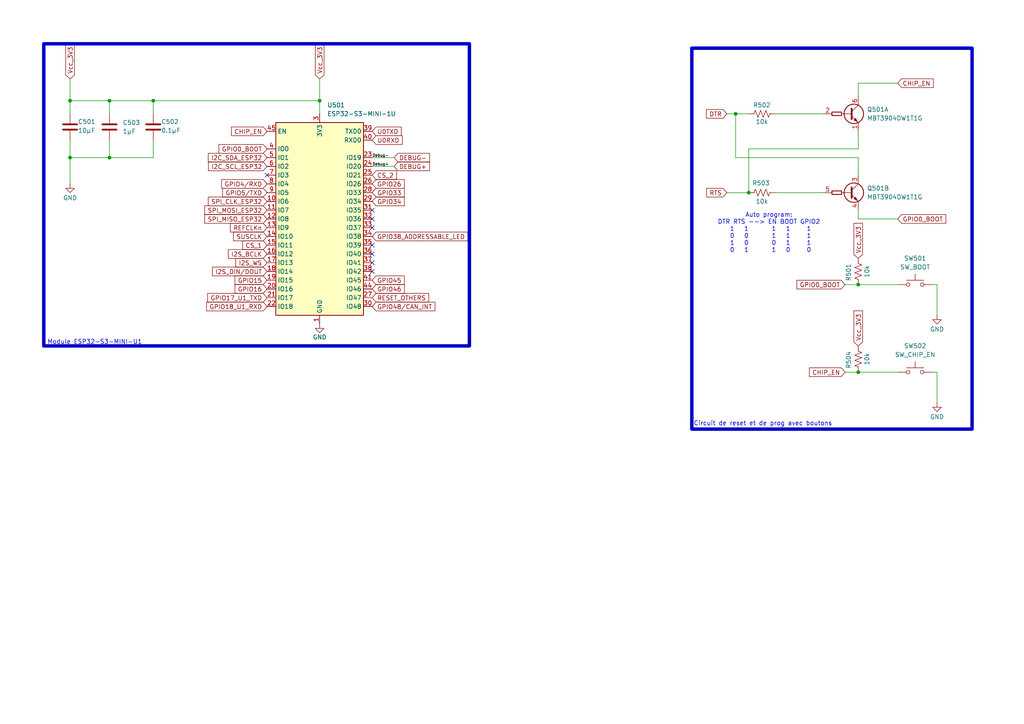
<source format=kicad_sch>
(kicad_sch (version 20231120) (generator "eeschema") (generator_version "8.0")
  (paper "A4")
  (lib_symbols
    (symbol "Device:C" (pin_numbers hide) (pin_names (offset 0.254))
      (property "Reference" "C" (at 0.635 2.54 0))
      (property "Value" "C" (at 0.635 -2.54 0))
      (symbol "C_0_1"
        (polyline (pts (xy -2.032 -0.762) (xy 2.032 -0.762)) (stroke (width 0.508)))
        (polyline (pts (xy -2.032 0.762) (xy 2.032 0.762)) (stroke (width 0.508)))
      )
      (symbol "C_1_1"
        (pin passive line (at 0 3.81 270) (length 2.794) (name "~") (number "1"))
        (pin passive line (at 0 -3.81 90) (length 2.794) (name "~") (number "2"))
      )
    )
    (symbol "Device:R_US" (pin_numbers hide) (pin_names (offset 0))
      (property "Reference" "R" (at 2.54 0 90))
      (property "Value" "R_US" (at -2.54 0 90))
      (symbol "R_US_0_1"
        (polyline (pts (xy 0 -2.286) (xy 0 -2.54)))
        (polyline (pts (xy 0 2.286) (xy 0 2.54)))
        (polyline (pts (xy 0 -0.762) (xy 1.016 -1.143) (xy 0 -1.524) (xy -1.016 -1.905) (xy 0 -2.286)))
        (polyline (pts (xy 0 0.762) (xy 1.016 0.381) (xy 0 0) (xy -1.016 -0.381) (xy 0 -0.762)))
        (polyline (pts (xy 0 2.286) (xy 1.016 1.905) (xy 0 1.524) (xy -1.016 1.143) (xy 0 0.762)))
      )
      (symbol "R_US_1_1"
        (pin passive line (at 0 3.81 270) (length 1.27) (name "~") (number "1"))
        (pin passive line (at 0 -3.81 90) (length 1.27) (name "~") (number "2"))
      )
    )
    (symbol "MCU_Espressif:ESP32-S3-MINI-1U"
      (property "Reference" "U" (at -11.43 29.21 0))
      (property "Value" "ESP32-S3-MINI-1U" (at 12.7 29.21 0))
      (symbol "ESP32-S3-MINI-1U_0_1"
        (rectangle (start -12.7 27.94) (end 12.7 -27.94) (stroke (width 0.254)) (fill (type background)))
      )
      (symbol "ESP32-S3-MINI-1U_1_1"
        (pin power_in line (at 0 -30.48 90) (length 2.54) (name "GND") (number "1"))
        (pin bidirectional line (at -15.24 5.08 0) (length 2.54) (name "IO6") (number "10"))
        (pin bidirectional line (at -15.24 2.54 0) (length 2.54) (name "IO7") (number "11"))
        (pin bidirectional line (at -15.24 0 0) (length 2.54) (name "IO8") (number "12"))
        (pin bidirectional line (at -15.24 -2.54 0) (length 2.54) (name "IO9") (number "13"))
        (pin bidirectional line (at -15.24 -5.08 0) (length 2.54) (name "IO10") (number "14"))
        (pin bidirectional line (at -15.24 -7.62 0) (length 2.54) (name "IO11") (number "15"))
        (pin bidirectional line (at -15.24 -10.16 0) (length 2.54) (name "IO12") (number "16"))
        (pin bidirectional line (at -15.24 -12.7 0) (length 2.54) (name "IO13") (number "17"))
        (pin bidirectional line (at -15.24 -15.24 0) (length 2.54) (name "IO14") (number "18"))
        (pin bidirectional line (at -15.24 -17.78 0) (length 2.54) (name "IO15") (number "19"))
        (pin passive line (at 0 -30.48 90) (length 2.54) hide (name "GND") (number "2"))
        (pin bidirectional line (at -15.24 -20.32 0) (length 2.54) (name "IO16") (number "20"))
        (pin bidirectional line (at -15.24 -22.86 0) (length 2.54) (name "IO17") (number "21"))
        (pin bidirectional line (at -15.24 -25.4 0) (length 2.54) (name "IO18") (number "22"))
        (pin bidirectional line (at 15.24 17.78 180) (length 2.54) (name "IO19") (number "23"))
        (pin bidirectional line (at 15.24 15.24 180) (length 2.54) (name "IO20") (number "24"))
        (pin bidirectional line (at 15.24 12.7 180) (length 2.54) (name "IO21") (number "25"))
        (pin bidirectional line (at 15.24 10.16 180) (length 2.54) (name "IO26") (number "26"))
        (pin bidirectional line (at 15.24 -22.86 180) (length 2.54) (name "IO47") (number "27"))
        (pin bidirectional line (at 15.24 7.62 180) (length 2.54) (name "IO33") (number "28"))
        (pin bidirectional line (at 15.24 5.08 180) (length 2.54) (name "IO34") (number "29"))
        (pin power_in line (at 0 30.48 270) (length 2.54) (name "3V3") (number "3"))
        (pin bidirectional line (at 15.24 -25.4 180) (length 2.54) (name "IO48") (number "30"))
        (pin bidirectional line (at 15.24 2.54 180) (length 2.54) (name "IO35") (number "31"))
        (pin bidirectional line (at 15.24 0 180) (length 2.54) (name "IO36") (number "32"))
        (pin bidirectional line (at 15.24 -2.54 180) (length 2.54) (name "IO37") (number "33"))
        (pin bidirectional line (at 15.24 -5.08 180) (length 2.54) (name "IO38") (number "34"))
        (pin bidirectional line (at 15.24 -7.62 180) (length 2.54) (name "IO39") (number "35"))
        (pin bidirectional line (at 15.24 -10.16 180) (length 2.54) (name "IO40") (number "36"))
        (pin bidirectional line (at 15.24 -12.7 180) (length 2.54) (name "IO41") (number "37"))
        (pin bidirectional line (at 15.24 -15.24 180) (length 2.54) (name "IO42") (number "38"))
        (pin bidirectional line (at 15.24 25.4 180) (length 2.54) (name "TXD0") (number "39"))
        (pin bidirectional line (at -15.24 20.32 0) (length 2.54) (name "IO0") (number "4"))
        (pin bidirectional line (at 15.24 22.86 180) (length 2.54) (name "RXD0") (number "40"))
        (pin bidirectional line (at 15.24 -17.78 180) (length 2.54) (name "IO45") (number "41"))
        (pin passive line (at 0 -30.48 90) (length 2.54) hide (name "GND") (number "42"))
        (pin passive line (at 0 -30.48 90) (length 2.54) hide (name "GND") (number "43"))
        (pin bidirectional line (at 15.24 -20.32 180) (length 2.54) (name "IO46") (number "44"))
        (pin input line (at -15.24 25.4 0) (length 2.54) (name "EN") (number "45"))
        (pin passive line (at 0 -30.48 90) (length 2.54) hide (name "GND") (number "46"))
        (pin passive line (at 0 -30.48 90) (length 2.54) hide (name "GND") (number "47"))
        (pin passive line (at 0 -30.48 90) (length 2.54) hide (name "GND") (number "48"))
        (pin passive line (at 0 -30.48 90) (length 2.54) hide (name "GND") (number "49"))
        (pin bidirectional line (at -15.24 17.78 0) (length 2.54) (name "IO1") (number "5"))
        (pin passive line (at 0 -30.48 90) (length 2.54) hide (name "GND") (number "50"))
        (pin passive line (at 0 -30.48 90) (length 2.54) hide (name "GND") (number "51"))
        (pin passive line (at 0 -30.48 90) (length 2.54) hide (name "GND") (number "52"))
        (pin passive line (at 0 -30.48 90) (length 2.54) hide (name "GND") (number "53"))
        (pin passive line (at 0 -30.48 90) (length 2.54) hide (name "GND") (number "54"))
        (pin passive line (at 0 -30.48 90) (length 2.54) hide (name "GND") (number "55"))
        (pin passive line (at 0 -30.48 90) (length 2.54) hide (name "GND") (number "56"))
        (pin passive line (at 0 -30.48 90) (length 2.54) hide (name "GND") (number "57"))
        (pin passive line (at 0 -30.48 90) (length 2.54) hide (name "GND") (number "58"))
        (pin passive line (at 0 -30.48 90) (length 2.54) hide (name "GND") (number "59"))
        (pin bidirectional line (at -15.24 15.24 0) (length 2.54) (name "IO2") (number "6"))
        (pin passive line (at 0 -30.48 90) (length 2.54) hide (name "GND") (number "60"))
        (pin passive line (at 0 -30.48 90) (length 2.54) hide (name "GND") (number "61"))
        (pin passive line (at 0 -30.48 90) (length 2.54) hide (name "GND") (number "62"))
        (pin passive line (at 0 -30.48 90) (length 2.54) hide (name "GND") (number "63"))
        (pin passive line (at 0 -30.48 90) (length 2.54) hide (name "GND") (number "64"))
        (pin passive line (at 0 -30.48 90) (length 2.54) hide (name "GND") (number "65"))
        (pin bidirectional line (at -15.24 12.7 0) (length 2.54) (name "IO3") (number "7"))
        (pin bidirectional line (at -15.24 10.16 0) (length 2.54) (name "IO4") (number "8"))
        (pin bidirectional line (at -15.24 7.62 0) (length 2.54) (name "IO5") (number "9"))
      )
    )
    (symbol "Switch:SW_Push" (pin_numbers hide) (pin_names (offset 1.016) hide)
      (property "Reference" "SW" (at 1.27 2.54 0))
      (property "Value" "SW_Push" (at 0 -1.524 0))
      (symbol "SW_Push_0_1"
        (circle (center -2.032 0) (radius 0.508))
        (polyline (pts (xy 0 1.27) (xy 0 3.048)))
        (polyline (pts (xy 2.54 1.27) (xy -2.54 1.27)))
        (circle (center 2.032 0) (radius 0.508))
        (pin passive line (at -5.08 0 0) (length 2.54) (name "1") (number "1"))
        (pin passive line (at 5.08 0 180) (length 2.54) (name "2") (number "2"))
      )
    )
    (symbol "Transistor_BJT:UMH3N" (pin_names hide)
      (property "Reference" "Q" (at 7.62 1.27 0))
      (property "Value" "UMH3N" (at 7.62 -1.27 0))
      (symbol "UMH3N_0_1"
        (polyline (pts (xy 3.175 0) (xy 0.254 0)))
        (polyline (pts (xy 3.175 0.635) (xy 5.08 2.54)))
        (polyline (pts (xy 3.175 1.524) (xy 3.175 -1.524)) (stroke (width 0.508)))
        (polyline (pts (xy 3.175 -0.635) (xy 5.08 -2.54) (xy 5.08 -2.54)))
        (polyline (pts (xy 3.81 -1.778) (xy 4.318 -1.27) (xy 4.826 -2.286) (xy 3.81 -1.778) (xy 3.81 -1.778)) (fill (type outline)))
        (rectangle (start 0.254 0.508) (end -2.54 -0.508) (stroke (width 0.254)))
        (circle (center 3.81 0) (radius 2.8194) (stroke (width 0.254)))
      )
      (symbol "UMH3N_1_1"
        (pin passive line (at 5.08 -5.08 90) (length 2.54) (name "E1") (number "1"))
        (pin input line (at -5.08 0 0) (length 2.54) (name "B1") (number "2"))
        (pin passive line (at 5.08 5.08 270) (length 2.54) (name "C1") (number "6"))
      )
      (symbol "UMH3N_2_1"
        (pin passive line (at 5.08 5.08 270) (length 2.54) (name "C2") (number "3"))
        (pin passive line (at 5.08 -5.08 90) (length 2.54) (name "E2") (number "4"))
        (pin input line (at -5.08 0 0) (length 2.54) (name "B2") (number "5"))
      )
    )
    (symbol "power:GND" (power) (pin_numbers hide) (pin_names (offset 0) hide)
      (property "Value" "GND" (at 0 -3.81 0))
      (symbol "GND_0_1"
        (polyline (pts (xy 0 0) (xy 0 -1.27) (xy 1.27 -1.27) (xy 0 -2.54) (xy -1.27 -1.27) (xy 0 -1.27)))
      )
      (symbol "GND_1_1"
        (pin power_in line (at 0 0 270) (length 0) (name "~") (number "1"))
      )
    )
  )
  (junction (at 31.75 29.21))
  (junction (at 217.17 55.88))
  (junction (at 44.45 29.21))
  (junction (at 20.32 29.21))
  (junction (at 248.92 107.95))
  (junction (at 213.36 33.02))
  (junction (at 92.71 29.21))
  (junction (at 248.92 82.55))
  (junction (at 20.32 45.72))
  (junction (at 31.75 45.72))
  (no_connect (at 107.95 63.5))
  (no_connect (at 107.95 60.96))
  (no_connect (at 107.95 66.04))
  (no_connect (at 107.95 73.66))
  (no_connect (at 107.95 71.12))
  (no_connect (at 107.95 76.2))
  (no_connect (at 107.95 78.74))
  (no_connect (at 77.47 50.8))
  (wire (pts (xy 31.75 29.21) (xy 44.45 29.21)))
  (wire (pts (xy 260.35 24.13) (xy 248.92 24.13)))
  (wire (pts (xy 271.78 116.84) (xy 271.78 107.95)))
  (wire (pts (xy 260.35 63.5) (xy 248.92 63.5)))
  (wire (pts (xy 114.3 45.72) (xy 107.95 45.72)))
  (wire (pts (xy 20.32 45.72) (xy 20.32 53.34)))
  (wire (pts (xy 31.75 45.72) (xy 44.45 45.72)))
  (wire (pts (xy 44.45 40.64) (xy 44.45 45.72)))
  (wire (pts (xy 217.17 43.18) (xy 217.17 55.88)))
  (wire (pts (xy 31.75 40.64) (xy 31.75 45.72)))
  (wire (pts (xy 248.92 43.18) (xy 217.17 43.18)))
  (wire (pts (xy 20.32 45.72) (xy 31.75 45.72)))
  (wire (pts (xy 248.92 107.95) (xy 260.35 107.95)))
  (wire (pts (xy 20.32 29.21) (xy 31.75 29.21)))
  (wire (pts (xy 245.11 107.95) (xy 248.92 107.95)))
  (wire (pts (xy 31.75 29.21) (xy 31.75 33.02)))
  (wire (pts (xy 114.3 48.26) (xy 107.95 48.26)))
  (wire (pts (xy 20.32 40.64) (xy 20.32 45.72)))
  (wire (pts (xy 248.92 38.1) (xy 248.92 43.18)))
  (wire (pts (xy 245.11 82.55) (xy 248.92 82.55)))
  (wire (pts (xy 20.32 22.86) (xy 20.32 29.21)))
  (wire (pts (xy 224.79 55.88) (xy 238.76 55.88)))
  (wire (pts (xy 271.78 91.44) (xy 271.78 82.55)))
  (wire (pts (xy 248.92 50.8) (xy 248.92 45.72)))
  (wire (pts (xy 92.71 22.86) (xy 92.71 29.21)))
  (wire (pts (xy 248.92 82.55) (xy 260.35 82.55)))
  (wire (pts (xy 213.36 45.72) (xy 213.36 33.02)))
  (wire (pts (xy 20.32 29.21) (xy 20.32 33.02)))
  (wire (pts (xy 92.71 29.21) (xy 92.71 33.02)))
  (wire (pts (xy 248.92 24.13) (xy 248.92 27.94)))
  (wire (pts (xy 44.45 29.21) (xy 44.45 33.02)))
  (wire (pts (xy 248.92 63.5) (xy 248.92 60.96)))
  (wire (pts (xy 271.78 82.55) (xy 270.51 82.55)))
  (wire (pts (xy 224.79 33.02) (xy 238.76 33.02)))
  (wire (pts (xy 44.45 29.21) (xy 92.71 29.21)))
  (wire (pts (xy 248.92 45.72) (xy 213.36 45.72)))
  (wire (pts (xy 213.36 33.02) (xy 217.17 33.02)))
  (wire (pts (xy 210.82 55.88) (xy 217.17 55.88)))
  (wire (pts (xy 271.78 107.95) (xy 270.51 107.95)))
  (wire (pts (xy 210.82 33.02) (xy 213.36 33.02)))
  (rectangle (start 200.66 13.97) (end 281.94 124.46) (stroke (width 1)))
  (rectangle (start 12.7 12.7) (end 136.144 100.33) (stroke (width 1)))
  (text "Module ESP32-S3-MINI-U1\n" (at 13.716 99.314 0) (effects (font (size 1.27 1.27)) (justify left)))
  (text "Circuit de reset et de prog avec boutons" (at 201.168 122.936 0) (effects (font (size 1.27 1.27)) (justify left)))
  (text "Auto program:\nDTR RTS --> EN BOOT GPIO2\n 1   1       1   1     1\n 0   0       1   1     1\n 1   0       0   1     1\n 0   1       1   0     0" (at 223.012 67.564 0) (effects (font (size 1.27 1.27))))
  (label "Debug+" (at 107.95 48.26 0) (effects (font (size 0.8 0.8))))
  (label "Debug-" (at 107.95 45.72 0) (effects (font (size 0.8 0.8))))
  (global_label "GPIO33" (shape input) (at 107.95 55.88 0) (property "Intersheetrefs" "${INTERSHEET_REFS}" (effects (hide yes))))
  (global_label "GPIO17_U1_TXD" (shape input) (at 77.47 86.36 180) (property "Intersheetrefs" "${INTERSHEET_REFS}" (effects (hide yes))))
  (global_label "GPIO15" (shape input) (at 77.47 81.28 180) (property "Intersheetrefs" "${INTERSHEET_REFS}" (effects (hide yes))))
  (global_label "GPIO48{slash}CAN_INT" (shape input) (at 107.95 88.9 0) (property "Intersheetrefs" "${INTERSHEET_REFS}" (effects (hide yes))))
  (global_label "GPIO18_U1_RXD" (shape input) (at 77.47 88.9 180) (property "Intersheetrefs" "${INTERSHEET_REFS}" (effects (hide yes))))
  (global_label "GPIO16" (shape input) (at 77.47 83.82 180) (property "Intersheetrefs" "${INTERSHEET_REFS}" (effects (hide yes))))
  (global_label "GPIO0_BOOT" (shape input) (at 245.11 82.55 180) (property "Intersheetrefs" "${INTERSHEET_REFS}" (effects (hide yes))))
  (global_label "GPIO4{slash}RXD" (shape input) (at 77.47 53.34 180) (property "Intersheetrefs" "${INTERSHEET_REFS}" (effects (hide yes))))
  (global_label "GPIO38_ADDRESSABLE_LED" (shape input) (at 107.95 68.58 0) (property "Intersheetrefs" "${INTERSHEET_REFS}" (effects (hide yes))))
  (global_label "I2S_DIN{slash}DOUT" (shape input) (at 77.47 78.74 180) (property "Intersheetrefs" "${INTERSHEET_REFS}" (effects (hide yes))))
  (global_label "GPIO46" (shape input) (at 107.95 83.82 0) (property "Intersheetrefs" "${INTERSHEET_REFS}" (effects (hide yes))))
  (global_label "GPIO45" (shape input) (at 107.95 81.28 0) (property "Intersheetrefs" "${INTERSHEET_REFS}" (effects (hide yes))))
  (global_label "GPIO5{slash}TXD" (shape input) (at 77.47 55.88 180) (property "Intersheetrefs" "${INTERSHEET_REFS}" (effects (hide yes))))
  (global_label "CS_1" (shape input) (at 77.47 71.12 180) (property "Intersheetrefs" "${INTERSHEET_REFS}" (effects (hide yes))))
  (global_label "CHIP_EN" (shape input) (at 260.35 24.13 0) (property "Intersheetrefs" "${INTERSHEET_REFS}" (effects (hide yes))))
  (global_label "DEBUG+" (shape input) (at 114.3 48.26 0) (property "Intersheetrefs" "${INTERSHEET_REFS}" (effects (hide yes))))
  (global_label "Vcc_3V3" (shape input) (at 248.92 100.33 90) (property "Intersheetrefs" "${INTERSHEET_REFS}" (effects (hide yes))))
  (global_label "GPIO0_BOOT" (shape input) (at 260.35 63.5 0) (property "Intersheetrefs" "${INTERSHEET_REFS}" (effects (hide yes))))
  (global_label "REFCLKn" (shape input) (at 77.47 66.04 180) (property "Intersheetrefs" "${INTERSHEET_REFS}" (effects (hide yes))))
  (global_label "SPI_CLK_ESP32" (shape input) (at 77.47 58.42 180) (property "Intersheetrefs" "${INTERSHEET_REFS}" (effects (hide yes))))
  (global_label "RTS" (shape input) (at 210.82 55.88 180) (property "Intersheetrefs" "${INTERSHEET_REFS}" (effects (hide yes))))
  (global_label "DEBUG-" (shape input) (at 114.3 45.72 0) (property "Intersheetrefs" "${INTERSHEET_REFS}" (effects (hide yes))))
  (global_label "Vcc_3V3" (shape input) (at 248.92 74.93 90) (property "Intersheetrefs" "${INTERSHEET_REFS}" (effects (hide yes))))
  (global_label "RESET_OTHERS" (shape input) (at 107.95 86.36 0) (property "Intersheetrefs" "${INTERSHEET_REFS}" (effects (hide yes))))
  (global_label "CS_2" (shape input) (at 107.95 50.8 0) (property "Intersheetrefs" "${INTERSHEET_REFS}" (effects (hide yes))))
  (global_label "GPIO34" (shape input) (at 107.95 58.42 0) (property "Intersheetrefs" "${INTERSHEET_REFS}" (effects (hide yes))))
  (global_label "CHIP_EN" (shape input) (at 77.47 38.1 180) (property "Intersheetrefs" "${INTERSHEET_REFS}" (effects (hide yes))))
  (global_label "GPIO0_BOOT" (shape input) (at 77.47 43.18 180) (property "Intersheetrefs" "${INTERSHEET_REFS}" (effects (hide yes))))
  (global_label "Vcc_3V3" (shape input) (at 20.32 22.86 90) (property "Intersheetrefs" "${INTERSHEET_REFS}" (effects (hide yes))))
  (global_label "U0TXD" (shape input) (at 107.95 38.1 0) (property "Intersheetrefs" "${INTERSHEET_REFS}" (effects (hide yes))))
  (global_label "SUSCLK" (shape input) (at 77.47 68.58 180) (property "Intersheetrefs" "${INTERSHEET_REFS}" (effects (hide yes))))
  (global_label "I2C_SDA_ESP32" (shape input) (at 77.47 45.72 180) (property "Intersheetrefs" "${INTERSHEET_REFS}" (effects (hide yes))))
  (global_label "I2C_SCL_ESP32" (shape input) (at 77.47 48.26 180) (property "Intersheetrefs" "${INTERSHEET_REFS}" (effects (hide yes))))
  (global_label "DTR" (shape input) (at 210.82 33.02 180) (property "Intersheetrefs" "${INTERSHEET_REFS}" (effects (hide yes))))
  (global_label "CHIP_EN" (shape input) (at 245.11 107.95 180) (property "Intersheetrefs" "${INTERSHEET_REFS}" (effects (hide yes))))
  (global_label "GPIO26" (shape input) (at 107.95 53.34 0) (property "Intersheetrefs" "${INTERSHEET_REFS}" (effects (hide yes))))
  (global_label "U0RXD" (shape input) (at 107.95 40.64 0) (property "Intersheetrefs" "${INTERSHEET_REFS}" (effects (hide yes))))
  (global_label "I2S_WS" (shape input) (at 77.47 76.2 180) (property "Intersheetrefs" "${INTERSHEET_REFS}" (effects (hide yes))))
  (global_label "I2S_BCLK" (shape input) (at 77.47 73.66 180) (property "Intersheetrefs" "${INTERSHEET_REFS}" (effects (hide yes))))
  (global_label "SPI_MOSI_ESP32" (shape input) (at 77.47 60.96 180) (property "Intersheetrefs" "${INTERSHEET_REFS}" (effects (hide yes))))
  (global_label "SPI_MISO_ESP32" (shape input) (at 77.47 63.5 180) (property "Intersheetrefs" "${INTERSHEET_REFS}" (effects (hide yes))))
  (global_label "Vcc_3V3" (shape input) (at 92.71 22.86 90) (property "Intersheetrefs" "${INTERSHEET_REFS}" (effects (hide yes))))
  (symbol (lib_id "Device:R_US") (at 248.92 104.14 180) (unit 1)
    (property "Reference" "R504" (at 246.126 104.394 90))
    (property "Value" "10k" (at 251.46 104.14 90))
    (property "Footprint" "Resistor_SMD:R_0805_2012Metric" (effects (hide yes)))
    (property "Description" "Resistor, US symbol" (effects (hide yes)))
  )
  (symbol (lib_id "Device:R_US") (at 220.98 33.02 90) (unit 1)
    (property "Reference" "R502" (at 220.98 30.48 90))
    (property "Value" "10k" (at 220.98 35.306 90))
    (property "Footprint" "Resistor_SMD:R_0805_2012Metric" (effects (hide yes)))
    (property "Description" "Resistor, US symbol" (effects (hide yes)))
  )
  (symbol (lib_id "Device:R_US") (at 220.98 55.88 90) (unit 1)
    (property "Reference" "R503" (at 220.726 53.086 90))
    (property "Value" "10k" (at 220.98 58.42 90))
    (property "Footprint" "Resistor_SMD:R_0805_2012Metric" (effects (hide yes)))
    (property "Description" "Resistor, US symbol" (effects (hide yes)))
  )
  (symbol (lib_id "power:GND") (at 92.71 93.98 0) (unit 1)
    (property "Reference" "#PWR0503" (effects (hide yes)))
    (property "Value" "GND" (at 92.71 97.79 0))
    (property "Description" "Power symbol creates a global label with name \"GND\" , ground" (effects (hide yes)))
  )
  (symbol (lib_id "power:GND") (at 271.78 91.44 0) (unit 1)
    (property "Reference" "#PWR0504" (effects (hide yes)))
    (property "Value" "GND" (at 271.78 95.504 0))
    (property "Description" "Power symbol creates a global label with name \"GND\" , ground" (effects (hide yes)))
  )
  (symbol (lib_id "power:GND") (at 271.78 116.84 0) (unit 1)
    (property "Reference" "#PWR0505" (effects (hide yes)))
    (property "Value" "GND" (at 271.78 120.904 0))
    (property "Description" "Power symbol creates a global label with name \"GND\" , ground" (effects (hide yes)))
  )
  (symbol (lib_id "Switch:SW_Push") (at 265.43 82.55 0) (unit 1)
    (property "Reference" "SW501" (at 265.43 74.93 0))
    (property "Value" "SW_BOOT" (at 265.43 77.47 0))
    (property "Footprint" "Button_Switch_SMD:SW_DIP_SPSTx01_Slide_6.7x4.1mm_W6.73mm_P2.54mm_LowProfile_JPin" (effects (hide yes)))
    (property "Description" "Push button switch, generic, two pins" (effects (hide yes)))
  )
  (symbol (lib_id "Device:R_US") (at 248.92 78.74 180) (unit 1)
    (property "Reference" "R501" (at 246.126 78.994 90))
    (property "Value" "10k" (at 251.46 78.74 90))
    (property "Footprint" "Resistor_SMD:R_0805_2012Metric" (effects (hide yes)))
    (property "Description" "Resistor, US symbol" (effects (hide yes)))
  )
  (symbol (lib_id "MCU_Espressif:ESP32-S3-MINI-1U") (at 92.71 63.5 0) (unit 1)
    (property "Reference" "U501" (at 94.9041 30.48 0) (effects (justify left)))
    (property "Value" "ESP32-S3-MINI-1U" (at 94.9041 33.02 0) (effects (justify left)))
    (property "Footprint" "RF_Module:ESP32-S2-MINI-1U" (effects (hide yes)))
    (property "Datasheet" "https://www.espressif.com/sites/default/files/documentation/esp32-s3-mini-1_mini-1u_datasheet_en.pdf" (effects (hide yes)))
    (property "Description" "RF Module, ESP32-S3 SoC, Wi-Fi 802.11b/g/n, Bluetooth, BLE, 32-bit, 3.3V, SMD, external antenna" (effects (hide yes)))
  )
  (symbol (lib_id "Switch:SW_Push") (at 265.43 107.95 0) (unit 1)
    (property "Reference" "SW502" (at 265.43 100.33 0))
    (property "Value" "SW_CHIP_EN" (at 265.43 102.87 0))
    (property "Footprint" "Button_Switch_SMD:SW_DIP_SPSTx01_Slide_6.7x4.1mm_W6.73mm_P2.54mm_LowProfile_JPin" (effects (hide yes)))
    (property "Description" "Push button switch, generic, two pins" (effects (hide yes)))
  )
  (symbol (lib_id "Device:C") (at 20.32 36.83 0) (unit 1)
    (property "Reference" "C501" (at 22.606 35.306 0) (effects (justify left)))
    (property "Value" "10µF" (at 22.606 37.846 0) (effects (justify left)))
    (property "Footprint" "Resistor_SMD:R_0805_2012Metric" (effects (hide yes)))
    (property "Description" "Unpolarized capacitor" (effects (hide yes)))
  )
  (symbol (lib_id "Device:C") (at 31.75 36.83 0) (unit 1)
    (property "Reference" "C503" (at 35.56 35.5599 0) (effects (justify left)))
    (property "Value" "1µF" (at 35.56 38.0999 0) (effects (justify left)))
    (property "Footprint" "Resistor_SMD:R_0805_2012Metric" (effects (hide yes)))
    (property "Description" "Unpolarized capacitor" (effects (hide yes)))
  )
  (symbol (lib_id "Transistor_BJT:UMH3N") (at 243.84 55.88 0) (unit 2)
    (property "Reference" "Q501" (at 251.46 54.6099 0) (effects (justify left)))
    (property "Value" "MBT3904DW1T1G" (at 251.46 57.1499 0) (effects (justify left)))
    (property "Footprint" "Package_TO_SOT_SMD:SOT-363_SC-70-6" (effects (hide yes)))
    (property "Datasheet" "http://rohmfs.rohm.com/en/products/databook/datasheet/discrete/transistor/digital/emh3t2r-e.pdf" (effects (hide yes)))
    (property "Description" "0.1A Ic, 50V Vce, Dual NPN Input Resistor Transistors, SOT-363" (effects (hide yes)))
  )
  (symbol (lib_id "Transistor_BJT:UMH3N") (at 243.84 33.02 0) (unit 1)
    (property "Reference" "Q501" (at 251.46 31.7499 0) (effects (justify left)))
    (property "Value" "MBT3904DW1T1G" (at 251.46 34.2899 0) (effects (justify left)))
    (property "Footprint" "Package_TO_SOT_SMD:SOT-363_SC-70-6" (effects (hide yes)))
    (property "Datasheet" "http://rohmfs.rohm.com/en/products/databook/datasheet/discrete/transistor/digital/emh3t2r-e.pdf" (effects (hide yes)))
    (property "Description" "0.1A Ic, 50V Vce, Dual NPN Input Resistor Transistors, SOT-363" (effects (hide yes)))
  )
  (symbol (lib_id "Device:C") (at 44.45 36.83 0) (unit 1)
    (property "Reference" "C502" (at 46.736 35.306 0) (effects (justify left)))
    (property "Value" "0.1µF" (at 46.736 37.846 0) (effects (justify left)))
    (property "Footprint" "Resistor_SMD:R_0805_2012Metric" (effects (hide yes)))
    (property "Description" "Unpolarized capacitor" (effects (hide yes)))
  )
  (symbol (lib_id "power:GND") (at 20.32 53.34 0) (unit 1)
    (property "Reference" "#PWR0501" (effects (hide yes)))
    (property "Value" "GND" (at 20.32 57.404 0))
    (property "Description" "Power symbol creates a global label with name \"GND\" , ground" (effects (hide yes)))
  )
)
</source>
